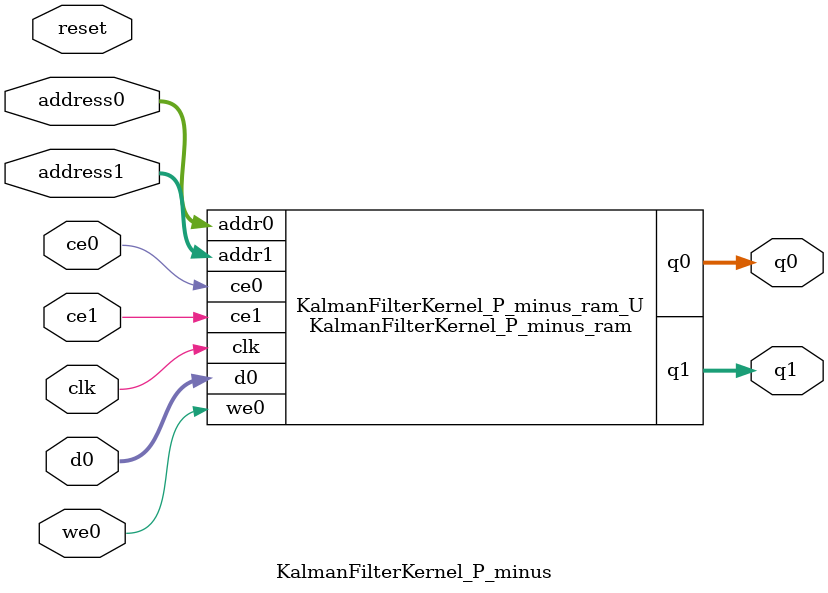
<source format=v>
`timescale 1 ns / 1 ps
module KalmanFilterKernel_P_minus_ram (addr0, ce0, d0, we0, q0, addr1, ce1, q1,  clk);

parameter DWIDTH = 32;
parameter AWIDTH = 6;
parameter MEM_SIZE = 36;

input[AWIDTH-1:0] addr0;
input ce0;
input[DWIDTH-1:0] d0;
input we0;
output reg[DWIDTH-1:0] q0;
input[AWIDTH-1:0] addr1;
input ce1;
output reg[DWIDTH-1:0] q1;
input clk;

reg [DWIDTH-1:0] ram[0:MEM_SIZE-1];




always @(posedge clk)  
begin 
    if (ce0) begin
        if (we0) 
            ram[addr0] <= d0; 
        q0 <= ram[addr0];
    end
end


always @(posedge clk)  
begin 
    if (ce1) begin
        q1 <= ram[addr1];
    end
end


endmodule

`timescale 1 ns / 1 ps
module KalmanFilterKernel_P_minus(
    reset,
    clk,
    address0,
    ce0,
    we0,
    d0,
    q0,
    address1,
    ce1,
    q1);

parameter DataWidth = 32'd32;
parameter AddressRange = 32'd36;
parameter AddressWidth = 32'd6;
input reset;
input clk;
input[AddressWidth - 1:0] address0;
input ce0;
input we0;
input[DataWidth - 1:0] d0;
output[DataWidth - 1:0] q0;
input[AddressWidth - 1:0] address1;
input ce1;
output[DataWidth - 1:0] q1;



KalmanFilterKernel_P_minus_ram KalmanFilterKernel_P_minus_ram_U(
    .clk( clk ),
    .addr0( address0 ),
    .ce0( ce0 ),
    .we0( we0 ),
    .d0( d0 ),
    .q0( q0 ),
    .addr1( address1 ),
    .ce1( ce1 ),
    .q1( q1 ));

endmodule


</source>
